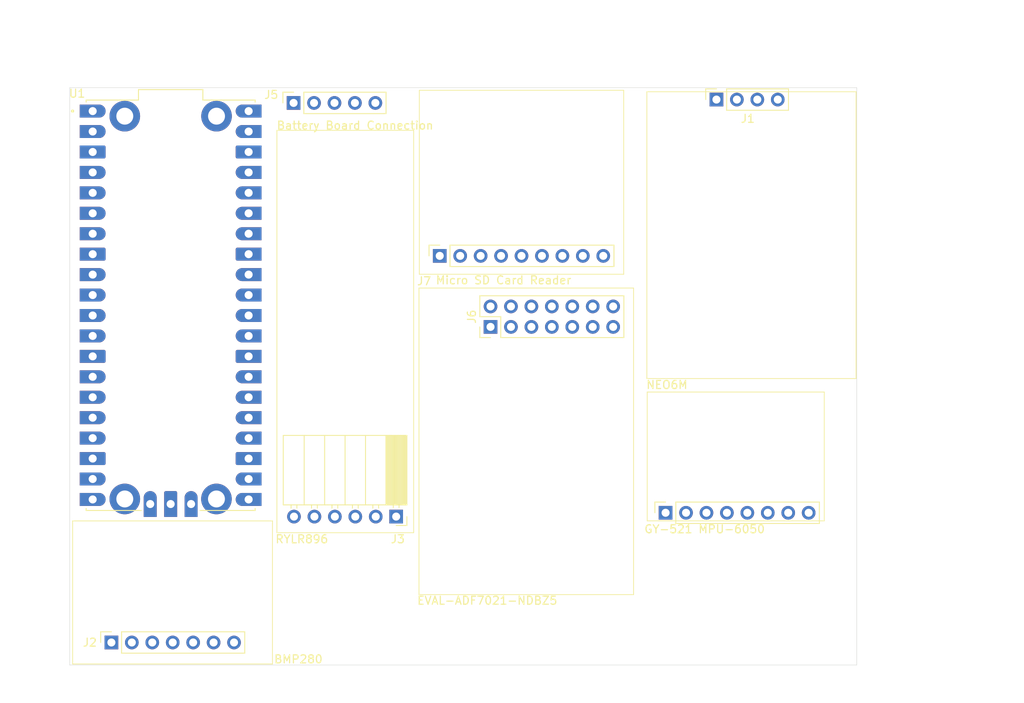
<source format=kicad_pcb>
(kicad_pcb (version 20240108) (generator "pcbnew") (generator_version "8.0")
  (title_block (title "Avionics Board") (date "2024-12-30") (rev "3") (company "AIAA Fresno State") (comment 1 "Author: Carlos Cortes") (comment 2 "The Pi Pico uses 2.1 mm mounting Holes") (comment 3 "All other mounting holes are 3 mm"))
  (layers (0 "F.Cu" mixed) (31 "B.Cu" mixed) (34 "B.Paste" user) (35 "F.Paste" user) (36 "B.SilkS" user "B.Silkscreen") (37 "F.SilkS" user "F.Silkscreen") (38 "B.Mask" user) (39 "F.Mask" user) (44 "Edge.Cuts" user))
  (net 0 "")
  (net 1 "GNDREF")
  (footprint "SC0917:MODULE_SC0917" (layer "F.Cu") (at 46.825 53.213)
    (property "Reference" "U1")
    (property "Value" "SC0917")
  )
  (footprint "Connector_PinSocket_2.54mm:PinSocket_1x04_P2.54mm_Vertical" (layer "F.Cu") (at 114.65 27.65 90)
    (property "Reference" "J1")
    (property "Value" "Conn_01x04_Socket")
  )
  (footprint "MountingHole:MountingHole_2.1mm" (layer "F.Cu") (at 129.5 29.175)
    (property "Reference" "H5" (hide yes))
    (property "Value" "MountingHole")
  )
  (footprint "MountingHole:MountingHole_2.1mm" (layer "F.Cu") (at 100.585 29.04)
    (property "Reference" "H13" (hide yes))
    (property "Value" "MountingHole")
  )
  (footprint "Connector_PinSocket_2.54mm:PinSocket_1x07_P2.54mm_Vertical" (layer "F.Cu") (at 39.46 95.12 90)
    (property "Reference" "J2")
    (property "Value" "Conn_01x07_Socket")
  )
  (footprint "Connector_PinHeader_2.54mm:PinHeader_2x07_P2.54mm_Vertical" (layer "F.Cu") (at 86.575 55.9 90)
    (property "Reference" "J6")
    (property "Value" "Conn_02x07_Odd_Even")
  )
  (footprint "MountingHole:MountingHole_2.1mm" (layer "F.Cu") (at 37.145 82.51)
    (property "Reference" "H1" (hide yes))
    (property "Value" "MountingHole")
  )
  (footprint "Connector_PinSocket_2.54mm:PinSocket_1x06_P2.54mm_Horizontal" (layer "F.Cu") (at 74.85 79.475 -90)
    (property "Reference" "J3")
    (property "Value" "Conn_01x06_Socket")
  )
  (footprint "MountingHole:MountingHole_2.1mm" (layer "F.Cu") (at 125.55 66.5)
    (property "Reference" "H10" (hide yes))
    (property "Value" "MountingHole")
  )
  (footprint "Connector_PinSocket_2.54mm:PinSocket_1x09_P2.54mm_Vertical" (layer "F.Cu") (at 80.265 47.074 90)
    (property "Reference" "J7")
    (property "Value" "Conn_01x09_Socket")
  )
  (footprint "MountingHole:MountingHole_2.1mm" (layer "F.Cu") (at 56.975 82.51)
    (property "Reference" "H7" (hide yes))
    (property "Value" "MountingHole")
  )
  (footprint "MountingHole:MountingHole_2.1mm" (layer "F.Cu") (at 108.5 59.825)
    (property "Reference" "H4" (hide yes))
    (property "Value" "MountingHole")
  )
  (footprint "MountingHole:MountingHole_2.1mm" (layer "F.Cu") (at 80.265 29.04)
    (property "Reference" "H12" (hide yes))
    (property "Value" "MountingHole")
  )
  (footprint "MountingHole:MountingHole_2.1mm" (layer "F.Cu") (at 108.55 66.5)
    (property "Reference" "H9" (hide yes))
    (property "Value" "MountingHole")
  )
  (footprint "Connector_PinSocket_2.54mm:PinSocket_1x05_P2.54mm_Vertical" (layer "F.Cu") (at 62.103 28.067 90)
    (property "Reference" "J5")
    (property "Value" "Conn_01x05_Socket")
  )
  (footprint "MountingHole:MountingHole_2.1mm" (layer "F.Cu") (at 80.1742 86.6594)
    (property "Reference" "H11" (hide yes))
    (property "Value" "MountingHole")
  )
  (footprint "MountingHole:MountingHole_2.1mm" (layer "F.Cu") (at 108.5 29.175)
    (property "Reference" "H3" (hide yes))
    (property "Value" "MountingHole")
  )
  (footprint "MountingHole:MountingHole_2.1mm" (layer "F.Cu") (at 129.54 95.377)
    (property "Reference" "H2" (hide yes))
    (property "Value" "MountingHole")
  )
  (footprint "MountingHole:MountingHole_2.1mm" (layer "F.Cu") (at 101.8658 86.6594)
    (property "Reference" "H8" (hide yes))
    (property "Value" "MountingHole")
  )
  (footprint "MountingHole:MountingHole_2.1mm" (layer "F.Cu") (at 129.5 59.825)
    (property "Reference" "H6" (hide yes))
    (property "Value" "MountingHole")
  )
  (footprint "Connector_PinSocket_2.54mm:PinSocket_1x08_P2.54mm_Vertical" (layer "F.Cu") (at 108.33 79 90)
    (property "Reference" "J4" (hide yes))
    (property "Value" "Conn_01x08_Socket")
  )
  (gr_line (start 106 26.675) (end 132 26.675) (stroke (width 0.1)) (layer "F.SilkS"))
  (gr_line (start 77.725 26.5) (end 103.125 26.5) (stroke (width 0.1)) (layer "F.SilkS"))
  (gr_line (start 104.355 51.074) (end 104.355 89.174) (stroke (width 0.1)) (layer "F.SilkS"))
  (gr_line (start 34.645 97.79) (end 34.645 80.01) (stroke (width 0.1)) (layer "F.SilkS"))
  (gr_line (start 128.05 64) (end 128.05 80) (stroke (width 0.1)) (layer "F.SilkS"))
  (gr_line (start 59.475 97.79) (end 59.475 80.01) (stroke (width 0.1)) (layer "F.SilkS"))
  (gr_line (start 132 62.325) (end 132 26.675) (stroke (width 0.1)) (layer "F.SilkS"))
  (gr_line (start 128.05 64) (end 106.05 64) (stroke (width 0.1)) (layer "F.SilkS"))
  (gr_line (start 59.475 80.01) (end 34.645 80.01) (stroke (width 0.1)) (layer "F.SilkS"))
  (gr_line (start 103.125 26.5) (end 103.125 49.36) (stroke (width 0.1)) (layer "F.SilkS"))
  (gr_line (start 77.725 26.5) (end 77.725 49.36) (stroke (width 0.1)) (layer "F.SilkS"))
  (gr_line (start 60.025 81.475) (end 77.025 81.475) (stroke (width 0.1)) (layer "F.SilkS"))
  (gr_line (start 77.025 81.475) (end 77.025 31.475) (stroke (width 0.1)) (layer "F.SilkS"))
  (gr_line (start 34.645 97.79) (end 59.475 97.79) (stroke (width 0.1)) (layer "F.SilkS"))
  (gr_line (start 106.05 80) (end 106.05 64) (stroke (width 0.1)) (layer "F.SilkS"))
  (gr_line (start 77.685 51.074) (end 77.685 89.174) (stroke (width 0.1)) (layer "F.SilkS"))
  (gr_line (start 103.125 49.36) (end 77.725 49.36) (stroke (width 0.1)) (layer "F.SilkS"))
  (gr_line (start 60.025 31.475) (end 60.025 81.475) (stroke (width 0.1)) (layer "F.SilkS"))
  (gr_line (start 128.05 80) (end 106.05 80) (stroke (width 0.1)) (layer "F.SilkS"))
  (gr_line (start 106 62.325) (end 106 26.675) (stroke (width 0.1)) (layer "F.SilkS"))
  (gr_line (start 77.685 51.074) (end 104.355 51.074) (stroke (width 0.1)) (layer "F.SilkS"))
  (gr_line (start 106 62.325) (end 132 62.325) (stroke (width 0.1)) (layer "F.SilkS"))
  (gr_line (start 104.355 89.174) (end 77.685 89.174) (stroke (width 0.1)) (layer "F.SilkS"))
  (gr_line (start 77.025 31.475) (end 60.025 31.475) (stroke (width 0.1)) (layer "F.SilkS"))
  (gr_line (start 34.2808 97.917) (end 132.08 97.917) (stroke (width 0.05)) (layer "Edge.Cuts"))
  (gr_line (start 132.08 26.162) (end 34.2808 26.162) (stroke (width 0.05)) (layer "Edge.Cuts"))
  (gr_line (start 132.08 97.917) (end 132.08 26.162) (stroke (width 0.05)) (layer "Edge.Cuts"))
  (gr_line (start 34.2808 26.164) (end 34.2808 97.917) (stroke (width 0.05)) (layer "Edge.Cuts"))
)
</source>
